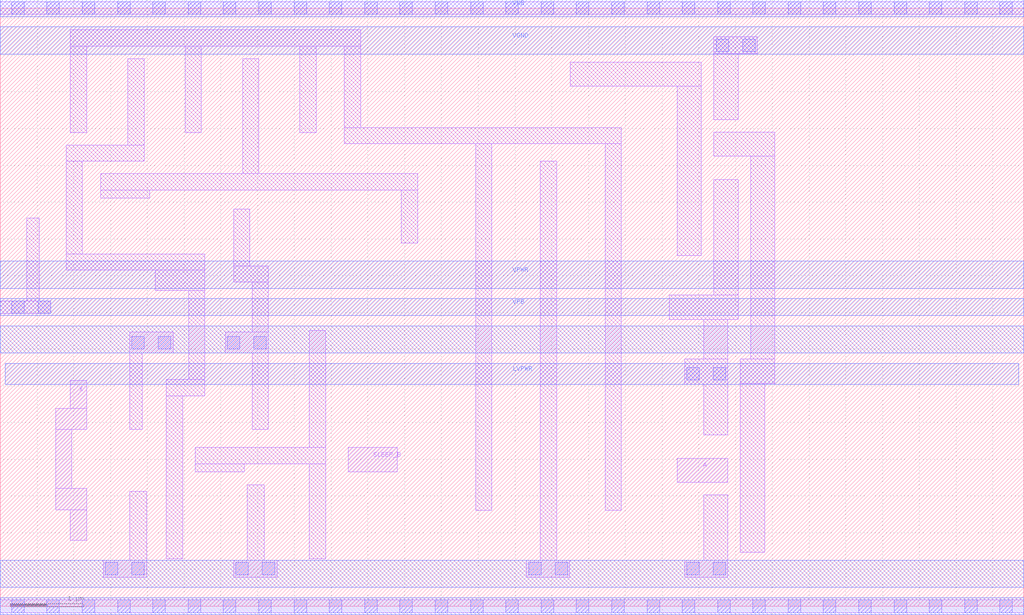
<source format=lef>
# Copyright 2020 The SkyWater PDK Authors
#
# Licensed under the Apache License, Version 2.0 (the "License");
# you may not use this file except in compliance with the License.
# You may obtain a copy of the License at
#
#     https://www.apache.org/licenses/LICENSE-2.0
#
# Unless required by applicable law or agreed to in writing, software
# distributed under the License is distributed on an "AS IS" BASIS,
# WITHOUT WARRANTIES OR CONDITIONS OF ANY KIND, either express or implied.
# See the License for the specific language governing permissions and
# limitations under the License.
#
# SPDX-License-Identifier: Apache-2.0

VERSION 5.7 ;
  NOWIREEXTENSIONATPIN ON ;
  DIVIDERCHAR "/" ;
  BUSBITCHARS "[]" ;
UNITS
  DATABASE MICRONS 200 ;
END UNITS
SITE unithvdbl
  SYMMETRY y ;
  CLASS CORE ;
  SIZE  13.92000 BY  8.140000 ;
END unithvdbl
MACRO sky130_fd_sc_hvl__lsbuflv2hv_isosrchvaon_1
  CLASS CORE ;
  FOREIGN sky130_fd_sc_hvl__lsbuflv2hv_isosrchvaon_1 ;
  ORIGIN  0.000000  0.000000 ;
  SIZE  13.92000 BY  8.140000 ;
  SYMMETRY X Y ;
  SITE unithvdbl ;
  PIN A
    ANTENNAGATEAREA  0.279000 ;
    DIRECTION INPUT ;
    USE SIGNAL ;
    PORT
      LAYER li1 ;
        RECT 9.205000 1.685000 9.895000 2.015000 ;
    END
  END A
  PIN SLEEP_B
    ANTENNAGATEAREA  7.125000 ;
    DIRECTION INPUT ;
    USE SIGNAL ;
    PORT
      LAYER li1 ;
        RECT 4.730000 1.830000 5.400000 2.160000 ;
    END
  END SLEEP_B
  PIN X
    ANTENNADIFFAREA  0.397500 ;
    DIRECTION OUTPUT ;
    USE SIGNAL ;
    PORT
      LAYER li1 ;
        RECT 0.755000 1.315000 1.175000 1.605000 ;
        RECT 0.755000 1.605000 0.975000 2.405000 ;
        RECT 0.755000 2.405000 1.175000 2.695000 ;
        RECT 0.955000 0.895000 1.175000 1.315000 ;
        RECT 0.955000 2.695000 1.175000 3.075000 ;
    END
  END X
  PIN LVPWR
    DIRECTION INOUT ;
    USE POWER ;
    PORT
      LAYER met1 ;
        RECT 0.070000 3.020000 13.850000 3.305000 ;
    END
  END LVPWR
  PIN VGND
    DIRECTION INOUT ;
    USE GROUND ;
    PORT
      LAYER met1 ;
        RECT 0.000000 7.515000 13.920000 7.885000 ;
    END
  END VGND
  PIN VNB
    DIRECTION INOUT ;
    USE GROUND ;
    PORT
      LAYER met1 ;
        RECT 0.000000 8.025000 13.920000 8.255000 ;
    END
  END VNB
  PIN VPB
    DIRECTION INOUT ;
    USE POWER ;
    PORT
      LAYER met1 ;
        RECT 0.000000 3.955000 13.920000 4.185000 ;
    END
  END VPB
  PIN VPWR
    DIRECTION INOUT ;
    USE POWER ;
    PORT
      LAYER met1 ;
        RECT 0.000000 4.325000 13.920000 4.695000 ;
    END
  END VPWR
  OBS
    LAYER li1 ;
      RECT  0.000000 -0.085000 13.920000 0.085000 ;
      RECT  0.000000  3.985000  0.685000 4.155000 ;
      RECT  0.000000  8.055000 13.920000 8.225000 ;
      RECT  0.360000  4.155000  0.530000 5.280000 ;
      RECT  0.895000  4.575000  2.780000 4.795000 ;
      RECT  0.895000  4.795000  1.115000 6.055000 ;
      RECT  0.895000  6.055000  1.955000 6.275000 ;
      RECT  0.955000  6.445000  1.175000 7.625000 ;
      RECT  0.955000  7.625000  4.900000 7.845000 ;
      RECT  1.365000  5.555000  2.035000 5.665000 ;
      RECT  1.365000  5.665000  5.675000 5.885000 ;
      RECT  1.400000  0.395000  1.990000 0.625000 ;
      RECT  1.735000  6.275000  1.955000 7.455000 ;
      RECT  1.760000  0.625000  1.990000 1.565000 ;
      RECT  1.760000  2.405000  1.930000 3.445000 ;
      RECT  1.760000  3.445000  2.350000 3.735000 ;
      RECT  2.110000  4.295000  2.780000 4.575000 ;
      RECT  2.260000  0.645000  2.480000 2.860000 ;
      RECT  2.260000  2.860000  2.780000 3.085000 ;
      RECT  2.515000  6.445000  2.735000 7.625000 ;
      RECT  2.560000  3.085000  2.780000 4.295000 ;
      RECT  2.650000  1.830000  3.320000 1.940000 ;
      RECT  2.650000  1.940000  4.425000 2.160000 ;
      RECT  3.060000  3.445000  3.645000 3.735000 ;
      RECT  3.175000  0.395000  3.765000 0.625000 ;
      RECT  3.175000  4.410000  3.645000 4.630000 ;
      RECT  3.175000  4.630000  3.395000 5.405000 ;
      RECT  3.295000  5.885000  3.515000 7.455000 ;
      RECT  3.360000  0.625000  3.590000 1.655000 ;
      RECT  3.425000  2.405000  3.645000 3.445000 ;
      RECT  3.425000  3.735000  3.645000 4.410000 ;
      RECT  4.075000  6.445000  4.295000 7.625000 ;
      RECT  4.205000  0.645000  4.425000 1.940000 ;
      RECT  4.205000  2.160000  4.425000 3.755000 ;
      RECT  4.680000  6.295000  8.445000 6.515000 ;
      RECT  4.680000  6.515000  4.900000 7.625000 ;
      RECT  5.455000  4.945000  5.675000 5.665000 ;
      RECT  6.465000  1.305000  6.685000 6.295000 ;
      RECT  7.155000  0.395000  7.745000 0.625000 ;
      RECT  7.340000  0.625000  7.570000 6.055000 ;
      RECT  7.750000  7.075000  9.535000 7.405000 ;
      RECT  8.225000  1.305000  8.445000 6.295000 ;
      RECT  9.100000  3.905000 10.035000 4.235000 ;
      RECT  9.205000  4.775000  9.535000 7.075000 ;
      RECT  9.305000  0.395000  9.895000 0.625000 ;
      RECT  9.305000  3.020000  9.895000 3.365000 ;
      RECT  9.565000  0.625000  9.895000 1.515000 ;
      RECT  9.565000  2.335000  9.895000 3.020000 ;
      RECT  9.565000  3.365000  9.895000 3.905000 ;
      RECT  9.705000  4.235000 10.035000 5.805000 ;
      RECT  9.705000  6.125000 10.535000 6.455000 ;
      RECT  9.705000  6.625000 10.035000 7.520000 ;
      RECT  9.705000  7.520000 10.295000 7.750000 ;
      RECT 10.065000  0.735000 10.395000 3.035000 ;
      RECT 10.065000  3.035000 10.535000 3.365000 ;
      RECT 10.205000  3.365000 10.535000 6.125000 ;
    LAYER mcon ;
      RECT  0.155000 -0.085000  0.325000 0.085000 ;
      RECT  0.155000  3.985000  0.325000 4.155000 ;
      RECT  0.155000  8.055000  0.325000 8.225000 ;
      RECT  0.515000  3.985000  0.685000 4.155000 ;
      RECT  0.635000 -0.085000  0.805000 0.085000 ;
      RECT  0.635000  8.055000  0.805000 8.225000 ;
      RECT  1.115000 -0.085000  1.285000 0.085000 ;
      RECT  1.115000  8.055000  1.285000 8.225000 ;
      RECT  1.430000  0.425000  1.600000 0.595000 ;
      RECT  1.595000 -0.085000  1.765000 0.085000 ;
      RECT  1.595000  8.055000  1.765000 8.225000 ;
      RECT  1.790000  0.425000  1.960000 0.595000 ;
      RECT  1.790000  3.505000  1.960000 3.675000 ;
      RECT  2.075000 -0.085000  2.245000 0.085000 ;
      RECT  2.075000  8.055000  2.245000 8.225000 ;
      RECT  2.150000  3.505000  2.320000 3.675000 ;
      RECT  2.555000 -0.085000  2.725000 0.085000 ;
      RECT  2.555000  8.055000  2.725000 8.225000 ;
      RECT  3.035000 -0.085000  3.205000 0.085000 ;
      RECT  3.035000  8.055000  3.205000 8.225000 ;
      RECT  3.090000  3.505000  3.260000 3.675000 ;
      RECT  3.205000  0.425000  3.375000 0.595000 ;
      RECT  3.450000  3.505000  3.620000 3.675000 ;
      RECT  3.515000 -0.085000  3.685000 0.085000 ;
      RECT  3.515000  8.055000  3.685000 8.225000 ;
      RECT  3.565000  0.425000  3.735000 0.595000 ;
      RECT  3.995000 -0.085000  4.165000 0.085000 ;
      RECT  3.995000  8.055000  4.165000 8.225000 ;
      RECT  4.475000 -0.085000  4.645000 0.085000 ;
      RECT  4.475000  8.055000  4.645000 8.225000 ;
      RECT  4.955000 -0.085000  5.125000 0.085000 ;
      RECT  4.955000  8.055000  5.125000 8.225000 ;
      RECT  5.435000 -0.085000  5.605000 0.085000 ;
      RECT  5.435000  8.055000  5.605000 8.225000 ;
      RECT  5.915000 -0.085000  6.085000 0.085000 ;
      RECT  5.915000  8.055000  6.085000 8.225000 ;
      RECT  6.395000 -0.085000  6.565000 0.085000 ;
      RECT  6.395000  8.055000  6.565000 8.225000 ;
      RECT  6.875000 -0.085000  7.045000 0.085000 ;
      RECT  6.875000  8.055000  7.045000 8.225000 ;
      RECT  7.185000  0.425000  7.355000 0.595000 ;
      RECT  7.355000 -0.085000  7.525000 0.085000 ;
      RECT  7.355000  8.055000  7.525000 8.225000 ;
      RECT  7.545000  0.425000  7.715000 0.595000 ;
      RECT  7.835000 -0.085000  8.005000 0.085000 ;
      RECT  7.835000  8.055000  8.005000 8.225000 ;
      RECT  8.315000 -0.085000  8.485000 0.085000 ;
      RECT  8.315000  8.055000  8.485000 8.225000 ;
      RECT  8.795000 -0.085000  8.965000 0.085000 ;
      RECT  8.795000  8.055000  8.965000 8.225000 ;
      RECT  9.275000 -0.085000  9.445000 0.085000 ;
      RECT  9.275000  8.055000  9.445000 8.225000 ;
      RECT  9.335000  0.425000  9.505000 0.595000 ;
      RECT  9.335000  3.080000  9.505000 3.250000 ;
      RECT  9.695000  0.425000  9.865000 0.595000 ;
      RECT  9.695000  3.080000  9.865000 3.250000 ;
      RECT  9.735000  7.550000  9.905000 7.720000 ;
      RECT  9.755000 -0.085000  9.925000 0.085000 ;
      RECT  9.755000  8.055000  9.925000 8.225000 ;
      RECT 10.095000  7.550000 10.265000 7.720000 ;
      RECT 10.235000 -0.085000 10.405000 0.085000 ;
      RECT 10.235000  8.055000 10.405000 8.225000 ;
      RECT 10.715000 -0.085000 10.885000 0.085000 ;
      RECT 10.715000  8.055000 10.885000 8.225000 ;
      RECT 11.195000 -0.085000 11.365000 0.085000 ;
      RECT 11.195000  8.055000 11.365000 8.225000 ;
      RECT 11.675000 -0.085000 11.845000 0.085000 ;
      RECT 11.675000  8.055000 11.845000 8.225000 ;
      RECT 12.155000 -0.085000 12.325000 0.085000 ;
      RECT 12.155000  8.055000 12.325000 8.225000 ;
      RECT 12.635000 -0.085000 12.805000 0.085000 ;
      RECT 12.635000  8.055000 12.805000 8.225000 ;
      RECT 13.115000 -0.085000 13.285000 0.085000 ;
      RECT 13.115000  8.055000 13.285000 8.225000 ;
      RECT 13.595000 -0.085000 13.765000 0.085000 ;
      RECT 13.595000  8.055000 13.765000 8.225000 ;
    LAYER met1 ;
      RECT 0.000000 -0.115000 13.920000 0.115000 ;
      RECT 0.000000  0.255000 13.920000 0.625000 ;
      RECT 0.000000  3.445000 13.920000 3.815000 ;
  END
END sky130_fd_sc_hvl__lsbuflv2hv_isosrchvaon_1
END LIBRARY

</source>
